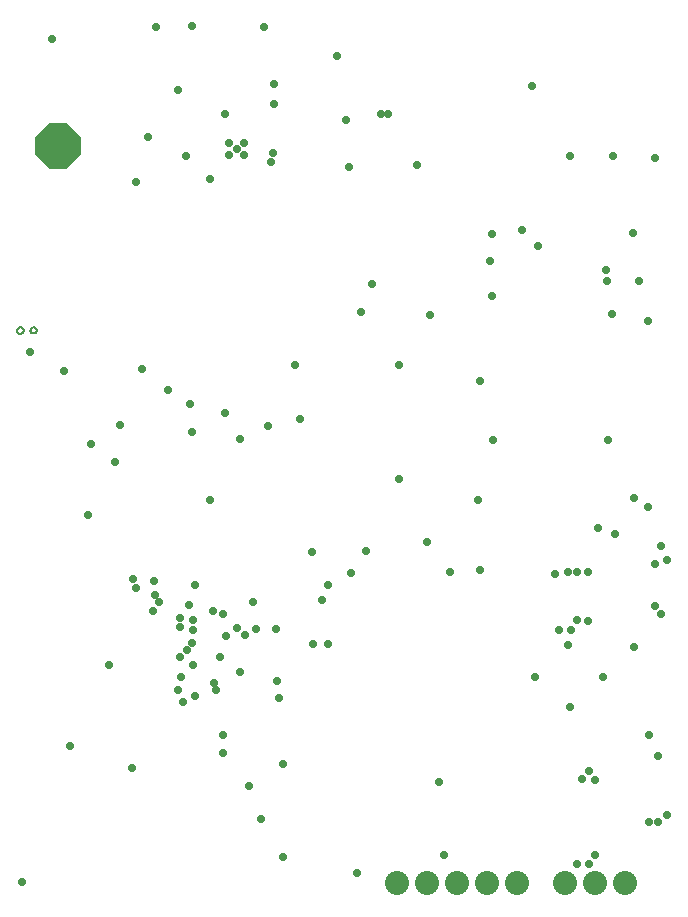
<source format=gbs>
G04 EAGLE Gerber RS-274X export*
G75*
%MOMM*%
%FSLAX34Y34*%
%LPD*%
%INSoldermask Bottom*%
%IPPOS*%
%AMOC8*
5,1,8,0,0,1.08239X$1,22.5*%
G01*
%ADD10C,0.127000*%
%ADD11C,2.032000*%
%ADD12P,4.129406X8X22.500000*%
%ADD13C,0.705600*%


D10*
X22156Y497840D02*
X22158Y497944D01*
X22164Y498048D01*
X22174Y498152D01*
X22188Y498255D01*
X22205Y498358D01*
X22227Y498460D01*
X22253Y498561D01*
X22282Y498661D01*
X22315Y498759D01*
X22352Y498857D01*
X22393Y498953D01*
X22437Y499047D01*
X22484Y499140D01*
X22536Y499230D01*
X22590Y499319D01*
X22648Y499406D01*
X22710Y499490D01*
X22774Y499572D01*
X22841Y499651D01*
X22912Y499728D01*
X22985Y499802D01*
X23061Y499873D01*
X23140Y499941D01*
X23221Y500007D01*
X23305Y500069D01*
X23391Y500127D01*
X23479Y500183D01*
X23569Y500235D01*
X23661Y500284D01*
X23755Y500329D01*
X23851Y500370D01*
X23948Y500408D01*
X24047Y500442D01*
X24146Y500472D01*
X24247Y500499D01*
X24349Y500522D01*
X24451Y500540D01*
X24554Y500555D01*
X24658Y500566D01*
X24762Y500573D01*
X24866Y500576D01*
X24970Y500575D01*
X25074Y500570D01*
X25178Y500561D01*
X25281Y500548D01*
X25384Y500531D01*
X25486Y500511D01*
X25588Y500486D01*
X25688Y500458D01*
X25787Y500426D01*
X25885Y500390D01*
X25981Y500350D01*
X26076Y500307D01*
X26169Y500260D01*
X26260Y500209D01*
X26349Y500156D01*
X26436Y500098D01*
X26521Y500038D01*
X26604Y499974D01*
X26684Y499908D01*
X26761Y499838D01*
X26836Y499765D01*
X26908Y499690D01*
X26977Y499612D01*
X27043Y499531D01*
X27105Y499448D01*
X27165Y499363D01*
X27221Y499275D01*
X27274Y499185D01*
X27324Y499094D01*
X27370Y499000D01*
X27412Y498905D01*
X27451Y498808D01*
X27486Y498710D01*
X27517Y498611D01*
X27545Y498510D01*
X27568Y498409D01*
X27588Y498307D01*
X27604Y498204D01*
X27616Y498100D01*
X27624Y497996D01*
X27628Y497892D01*
X27628Y497788D01*
X27624Y497684D01*
X27616Y497580D01*
X27604Y497476D01*
X27588Y497373D01*
X27568Y497271D01*
X27545Y497170D01*
X27517Y497069D01*
X27486Y496970D01*
X27451Y496872D01*
X27412Y496775D01*
X27370Y496680D01*
X27324Y496586D01*
X27274Y496495D01*
X27221Y496405D01*
X27165Y496317D01*
X27105Y496232D01*
X27043Y496149D01*
X26977Y496068D01*
X26908Y495990D01*
X26836Y495915D01*
X26761Y495842D01*
X26684Y495772D01*
X26604Y495706D01*
X26521Y495642D01*
X26436Y495582D01*
X26349Y495524D01*
X26260Y495471D01*
X26169Y495420D01*
X26076Y495373D01*
X25981Y495330D01*
X25885Y495290D01*
X25787Y495254D01*
X25688Y495222D01*
X25588Y495194D01*
X25486Y495169D01*
X25384Y495149D01*
X25281Y495132D01*
X25178Y495119D01*
X25074Y495110D01*
X24970Y495105D01*
X24866Y495104D01*
X24762Y495107D01*
X24658Y495114D01*
X24554Y495125D01*
X24451Y495140D01*
X24349Y495158D01*
X24247Y495181D01*
X24146Y495208D01*
X24047Y495238D01*
X23948Y495272D01*
X23851Y495310D01*
X23755Y495351D01*
X23661Y495396D01*
X23569Y495445D01*
X23479Y495497D01*
X23391Y495553D01*
X23305Y495611D01*
X23221Y495673D01*
X23140Y495739D01*
X23061Y495807D01*
X22985Y495878D01*
X22912Y495952D01*
X22841Y496029D01*
X22774Y496108D01*
X22710Y496190D01*
X22648Y496274D01*
X22590Y496361D01*
X22536Y496450D01*
X22484Y496540D01*
X22437Y496633D01*
X22393Y496727D01*
X22352Y496823D01*
X22315Y496921D01*
X22282Y497019D01*
X22253Y497119D01*
X22227Y497220D01*
X22205Y497322D01*
X22188Y497425D01*
X22174Y497528D01*
X22164Y497632D01*
X22158Y497736D01*
X22156Y497840D01*
X33453Y497840D02*
X33455Y497942D01*
X33461Y498044D01*
X33471Y498145D01*
X33485Y498247D01*
X33503Y498347D01*
X33524Y498447D01*
X33550Y498546D01*
X33579Y498643D01*
X33613Y498740D01*
X33650Y498835D01*
X33690Y498928D01*
X33735Y499020D01*
X33782Y499111D01*
X33834Y499199D01*
X33888Y499285D01*
X33946Y499369D01*
X34008Y499450D01*
X34072Y499530D01*
X34140Y499606D01*
X34210Y499680D01*
X34283Y499751D01*
X34359Y499819D01*
X34438Y499884D01*
X34519Y499947D01*
X34602Y500005D01*
X34688Y500061D01*
X34775Y500113D01*
X34865Y500162D01*
X34956Y500207D01*
X35050Y500249D01*
X35144Y500286D01*
X35241Y500321D01*
X35338Y500351D01*
X35436Y500378D01*
X35536Y500400D01*
X35636Y500419D01*
X35737Y500434D01*
X35839Y500445D01*
X35940Y500452D01*
X36042Y500455D01*
X36145Y500454D01*
X36246Y500449D01*
X36348Y500440D01*
X36449Y500427D01*
X36550Y500410D01*
X36650Y500389D01*
X36749Y500365D01*
X36847Y500336D01*
X36944Y500304D01*
X37039Y500268D01*
X37133Y500228D01*
X37226Y500185D01*
X37316Y500138D01*
X37405Y500087D01*
X37492Y500034D01*
X37576Y499976D01*
X37658Y499916D01*
X37738Y499852D01*
X37815Y499786D01*
X37890Y499716D01*
X37962Y499643D01*
X38031Y499568D01*
X38096Y499490D01*
X38159Y499410D01*
X38219Y499327D01*
X38275Y499242D01*
X38328Y499155D01*
X38378Y499066D01*
X38424Y498975D01*
X38467Y498882D01*
X38505Y498787D01*
X38540Y498692D01*
X38572Y498595D01*
X38599Y498496D01*
X38623Y498397D01*
X38643Y498297D01*
X38659Y498196D01*
X38671Y498095D01*
X38679Y497993D01*
X38683Y497891D01*
X38683Y497789D01*
X38679Y497687D01*
X38671Y497585D01*
X38659Y497484D01*
X38643Y497383D01*
X38623Y497283D01*
X38599Y497184D01*
X38572Y497085D01*
X38540Y496988D01*
X38505Y496893D01*
X38467Y496798D01*
X38424Y496705D01*
X38378Y496614D01*
X38328Y496525D01*
X38275Y496438D01*
X38219Y496353D01*
X38159Y496270D01*
X38096Y496190D01*
X38031Y496112D01*
X37962Y496037D01*
X37890Y495964D01*
X37815Y495894D01*
X37738Y495828D01*
X37658Y495764D01*
X37576Y495704D01*
X37492Y495646D01*
X37405Y495593D01*
X37316Y495542D01*
X37226Y495495D01*
X37133Y495452D01*
X37039Y495412D01*
X36944Y495376D01*
X36847Y495344D01*
X36749Y495315D01*
X36650Y495291D01*
X36550Y495270D01*
X36449Y495253D01*
X36348Y495240D01*
X36246Y495231D01*
X36145Y495226D01*
X36042Y495225D01*
X35940Y495228D01*
X35839Y495235D01*
X35737Y495246D01*
X35636Y495261D01*
X35536Y495280D01*
X35436Y495302D01*
X35338Y495329D01*
X35241Y495359D01*
X35144Y495394D01*
X35050Y495431D01*
X34956Y495473D01*
X34865Y495518D01*
X34775Y495567D01*
X34688Y495619D01*
X34602Y495675D01*
X34519Y495733D01*
X34438Y495796D01*
X34359Y495861D01*
X34283Y495929D01*
X34210Y496000D01*
X34140Y496074D01*
X34072Y496150D01*
X34008Y496230D01*
X33946Y496311D01*
X33888Y496395D01*
X33834Y496481D01*
X33782Y496569D01*
X33735Y496660D01*
X33690Y496752D01*
X33650Y496845D01*
X33613Y496940D01*
X33579Y497037D01*
X33550Y497134D01*
X33524Y497233D01*
X33503Y497333D01*
X33485Y497433D01*
X33471Y497535D01*
X33461Y497636D01*
X33455Y497738D01*
X33453Y497840D01*
D11*
X394970Y29845D03*
X420370Y29845D03*
X445770Y29845D03*
X369570Y29845D03*
X344170Y29845D03*
X486410Y29845D03*
X511810Y29845D03*
X537210Y29845D03*
D12*
X57150Y654050D03*
D13*
X158750Y701040D03*
X165100Y645160D03*
X240030Y689610D03*
X240030Y706120D03*
X142240Y267970D03*
X196850Y257810D03*
X196850Y139700D03*
X196850Y154940D03*
X189230Y199390D03*
X161290Y204470D03*
X241300Y245110D03*
X190500Y193040D03*
X242288Y200660D03*
X123190Y279400D03*
X172720Y281940D03*
X228600Y83820D03*
X218440Y111760D03*
X120650Y287020D03*
X138430Y285750D03*
X160020Y246380D03*
X214848Y240248D03*
X171450Y243840D03*
X199390Y238760D03*
X170597Y232827D03*
X210820Y208280D03*
X166370Y227330D03*
X194310Y220980D03*
X237490Y640080D03*
X185420Y626110D03*
X556260Y347980D03*
X425450Y405130D03*
X522262Y405130D03*
X544830Y229870D03*
X496570Y293370D03*
X496570Y252730D03*
X506730Y124460D03*
X506730Y45720D03*
X224790Y245110D03*
X222250Y267970D03*
X171450Y252730D03*
X379730Y115570D03*
X208280Y245588D03*
X383540Y53340D03*
X162560Y182880D03*
X243840Y186690D03*
X477520Y291747D03*
X481330Y243840D03*
X160020Y254000D03*
X187960Y260350D03*
X171450Y214128D03*
X100330Y214630D03*
X168910Y435610D03*
X198120Y427990D03*
X160020Y220980D03*
X167640Y265430D03*
X317500Y311150D03*
X271780Y309880D03*
X449580Y582930D03*
X463550Y568960D03*
X521970Y539750D03*
X548640Y539750D03*
X567690Y314960D03*
X567690Y257810D03*
X565150Y81280D03*
X565150Y137160D03*
X525780Y511810D03*
X556260Y505460D03*
X562610Y299720D03*
X562610Y264160D03*
X557530Y154940D03*
X557530Y81280D03*
X198443Y681043D03*
X303530Y636270D03*
X360680Y637540D03*
X422910Y556260D03*
X424180Y579120D03*
X520700Y548640D03*
X562610Y643890D03*
X527050Y645160D03*
X490220Y645160D03*
X543560Y580390D03*
X309880Y38100D03*
X247650Y52070D03*
X247650Y130810D03*
X119380Y127000D03*
X26670Y30480D03*
X67310Y146050D03*
X172438Y187983D03*
X158750Y193040D03*
X137577Y259933D03*
X139187Y273818D03*
X185420Y354330D03*
X82550Y341630D03*
X85090Y401320D03*
X105410Y386080D03*
X109220Y417830D03*
X149860Y447040D03*
X261620Y422910D03*
X257810Y468630D03*
X62230Y463550D03*
X33020Y479425D03*
X128270Y464820D03*
X345355Y372110D03*
X345440Y468630D03*
X414020Y454660D03*
X424180Y527050D03*
X330200Y680720D03*
X293370Y730250D03*
X231140Y754380D03*
X170180Y755650D03*
X139700Y754380D03*
X52070Y744220D03*
X133350Y661670D03*
X123190Y623570D03*
X170180Y411480D03*
X234950Y417062D03*
X210683Y406263D03*
X300990Y675640D03*
X238760Y647772D03*
X336550Y680720D03*
X458470Y704850D03*
X412750Y354330D03*
X388620Y293370D03*
X304800Y292100D03*
X544830Y355600D03*
X572488Y303530D03*
X518160Y204470D03*
X488950Y231140D03*
X490220Y179070D03*
X461010Y204470D03*
X572770Y87630D03*
X369570Y318770D03*
X491490Y243840D03*
X488950Y293442D03*
X414020Y294640D03*
X500380Y118110D03*
X496570Y45720D03*
X505460Y293370D03*
X505460Y251460D03*
X511810Y116840D03*
X511810Y53340D03*
X313690Y513080D03*
X372110Y510540D03*
X322580Y537210D03*
X514350Y330200D03*
X528320Y325120D03*
X280670Y269240D03*
X273050Y232410D03*
X285750Y281940D03*
X285750Y232410D03*
X201930Y656590D03*
X201930Y646430D03*
X208280Y651510D03*
X214630Y656590D03*
X214630Y646430D03*
M02*

</source>
